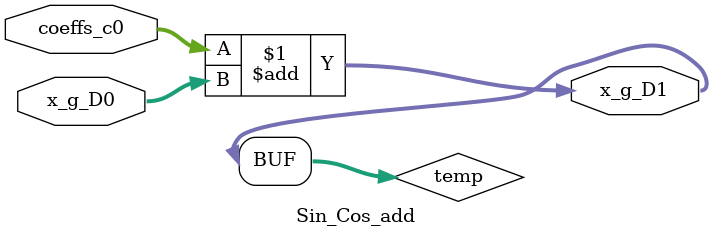
<source format=v>
`timescale 1ns/1ps
module Sin_Cos_add(coeffs_c0,x_g_D0,x_g_D1);

input [18:0] coeffs_c0,x_g_D0;
output [19:0] x_g_D1;
reg  [19:0] x_g_D1;

wire [19:0]temp;

//Adding Coefficient c0 with the result obtained from the multipilcation module
assign temp = coeffs_c0 + x_g_D0;

always@(coeffs_c0 or x_g_D0 or temp)
begin
	x_g_D1 <= temp;	
end
endmodule 
</source>
